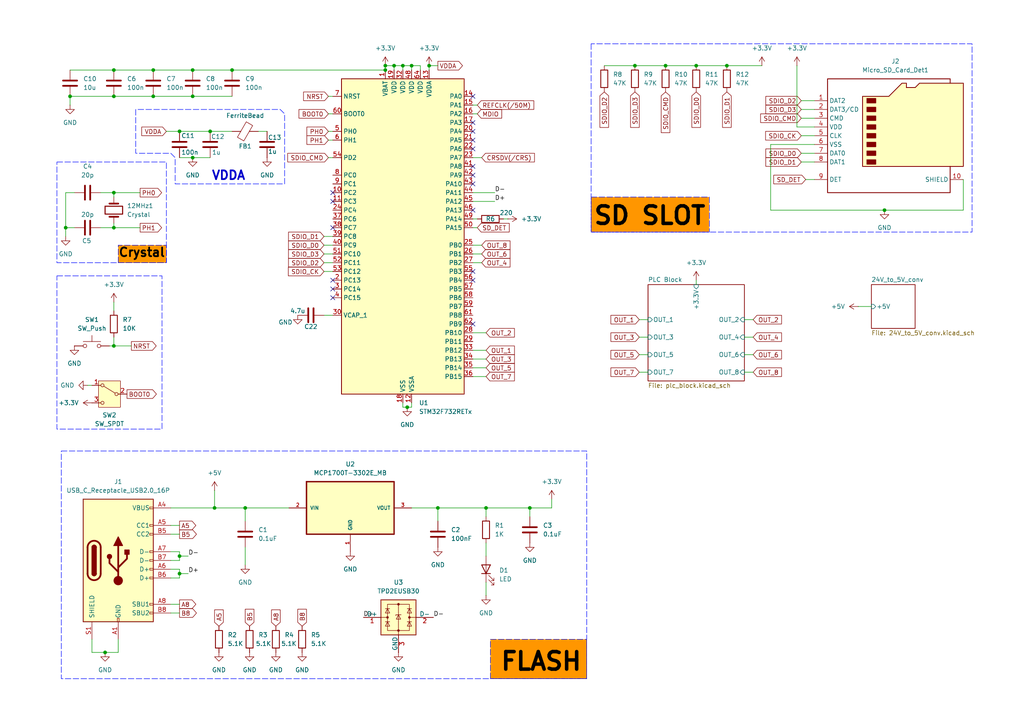
<source format=kicad_sch>
(kicad_sch (version 20250114) (generator "eeschema") (generator_version "9.0")
  (paper "A4")
  (lib_symbols
    (symbol "Connector:Micro_SD_Card_Det1"
      (property "Reference" "J" (at -16.51 17.78 0))
      (property "Value" "Micro_SD_Card_Det1" (at 16.51 17.78 0))
      (symbol "Micro_SD_Card_Det1_1_1"
        (pin bidirectional line (at -22.86 10.16 0) (length 3.81) (name "DAT2") (number "1"))
        (pin bidirectional line (at -22.86 7.62 0) (length 3.81) (name "DAT3/CD") (number "2"))
        (pin input line (at -22.86 5.08 0) (length 3.81) (name "CMD") (number "3"))
        (pin power_in line (at -22.86 2.54 0) (length 3.81) (name "VDD") (number "4"))
        (pin input line (at -22.86 0 0) (length 3.81) (name "CLK") (number "5"))
        (pin power_in line (at -22.86 -2.54 0) (length 3.81) (name "VSS") (number "6"))
        (pin bidirectional line (at -22.86 -5.08 0) (length 3.81) (name "DAT0") (number "7"))
        (pin bidirectional line (at -22.86 -7.62 0) (length 3.81) (name "DAT1") (number "8"))
        (pin passive line (at -22.86 -12.7 0) (length 3.81) (name "DET") (number "9"))
        (pin passive line (at 20.32 -12.7 180) (length 3.81) (name "SHIELD") (number "10"))
      )
    )
    (symbol "Connector:USB_C_Receptacle_USB2.0_16P" (pin_names (offset 1.016))
      (property "Reference" "J" (at 0 22.225 0))
      (property "Value" "USB_C_Receptacle_USB2.0_16P" (at 0 19.685 0))
      (symbol "USB_C_Receptacle_USB2.0_16P_1_1"
        (pin passive line (at -7.62 -22.86 90) (length 5.08) (name "SHIELD") (number "S1"))
        (pin passive line (at 0 -22.86 90) (length 5.08) (name "GND") (number "A1"))
        (pin passive line (at 0 -22.86 90) (length 5.08) (hide yes) (name "GND") (number "A12"))
        (pin passive line (at 0 -22.86 90) (length 5.08) (hide yes) (name "GND") (number "B1"))
        (pin passive line (at 0 -22.86 90) (length 5.08) (hide yes) (name "GND") (number "B12"))
        (pin passive line (at 15.24 15.24 180) (length 5.08) (name "VBUS") (number "A4"))
        (pin passive line (at 15.24 15.24 180) (length 5.08) (hide yes) (name "VBUS") (number "A9"))
        (pin passive line (at 15.24 15.24 180) (length 5.08) (hide yes) (name "VBUS") (number "B4"))
        (pin passive line (at 15.24 15.24 180) (length 5.08) (hide yes) (name "VBUS") (number "B9"))
        (pin bidirectional line (at 15.24 10.16 180) (length 5.08) (name "CC1") (number "A5"))
        (pin bidirectional line (at 15.24 7.62 180) (length 5.08) (name "CC2") (number "B5"))
        (pin bidirectional line (at 15.24 2.54 180) (length 5.08) (name "D-") (number "A7"))
        (pin bidirectional line (at 15.24 0 180) (length 5.08) (name "D-") (number "B7"))
        (pin bidirectional line (at 15.24 -2.54 180) (length 5.08) (name "D+") (number "A6"))
        (pin bidirectional line (at 15.24 -5.08 180) (length 5.08) (name "D+") (number "B6"))
        (pin bidirectional line (at 15.24 -12.7 180) (length 5.08) (name "SBU1") (number "A8"))
        (pin bidirectional line (at 15.24 -15.24 180) (length 5.08) (name "SBU2") (number "B8"))
      )
    )
    (symbol "Device:C" (pin_numbers (hide yes)) (pin_names (offset 0.254))
      (property "Reference" "C" (at 0.635 2.54 0))
      (property "Value" "C" (at 0.635 -2.54 0))
      (symbol "C_1_1"
        (pin passive line (at 0 3.81 270) (length 2.794) (name "~") (number "1"))
        (pin passive line (at 0 -3.81 90) (length 2.794) (name "~") (number "2"))
      )
    )
    (symbol "Device:Crystal" (pin_numbers (hide yes)) (pin_names (offset 1.016) (hide yes))
      (property "Reference" "Y" (at 0 3.81 0))
      (property "Value" "Crystal" (at 0 -3.81 0))
      (symbol "Crystal_1_1"
        (pin passive line (at -3.81 0 0) (length 1.27) (name "1") (number "1"))
        (pin passive line (at 3.81 0 180) (length 1.27) (name "2") (number "2"))
      )
    )
    (symbol "Device:FerriteBead" (pin_numbers (hide yes)) (pin_names (offset 0))
      (property "Reference" "FB" (at -3.81 0.635 90))
      (property "Value" "FerriteBead" (at 3.81 0 90))
      (symbol "FerriteBead_1_1"
        (pin passive line (at 0 3.81 270) (length 2.54) (name "~") (number "1"))
        (pin passive line (at 0 -3.81 90) (length 2.54) (name "~") (number "2"))
      )
    )
    (symbol "Device:LED" (pin_numbers (hide yes)) (pin_names (offset 1.016) (hide yes))
      (property "Reference" "D" (at 0 2.54 0))
      (property "Value" "LED" (at 0 -2.54 0))
      (symbol "LED_1_1"
        (pin passive line (at -3.81 0 0) (length 2.54) (name "K") (number "1"))
        (pin passive line (at 3.81 0 180) (length 2.54) (name "A") (number "2"))
      )
    )
    (symbol "Device:R" (pin_numbers (hide yes)) (pin_names (offset 0))
      (property "Reference" "R" (at 2.032 0 90))
      (property "Value" "R" (at 0 0 90))
      (symbol "R_1_1"
        (pin passive line (at 0 3.81 270) (length 1.27) (name "~") (number "1"))
        (pin passive line (at 0 -3.81 90) (length 1.27) (name "~") (number "2"))
      )
    )
    (symbol "MCP1700T-3302E_MB:MCP1700T-3302E_MB" (pin_names (offset 1.016))
      (property "Reference" "U" (at -4.7334 9.136 0))
      (property "Value" "MCP1700T-3302E_MB" (at -15.9758 -11.617 0))
      (symbol "MCP1700T-3302E_MB_0_0"
        (pin input line (at -17.78 0 0) (length 5.08) (name "VIN") (number "2"))
        (pin passive line (at 0 -12.7 90) (length 5.08) (name "GND") (number "1"))
        (pin output line (at 17.78 0 180) (length 5.08) (name "VOUT") (number "3"))
      )
    )
    (symbol "MCU_ST_STM32F7:STM32F732RETx"
      (property "Reference" "U" (at -17.78 46.99 0))
      (property "Value" "STM32F732RETx" (at 10.16 46.99 0))
      (symbol "STM32F732RETx_1_1"
        (pin input line (at -20.32 40.64 0) (length 2.54) (name "NRST") (number "7"))
        (pin input line (at -20.32 35.56 0) (length 2.54) (name "BOOT0") (number "60"))
        (pin bidirectional line (at -20.32 30.48 0) (length 2.54) (name "PH0") (number "5"))
        (pin bidirectional line (at -20.32 27.94 0) (length 2.54) (name "PH1") (number "6"))
        (pin bidirectional line (at -20.32 22.86 0) (length 2.54) (name "PD2") (number "54"))
        (pin bidirectional line (at -20.32 17.78 0) (length 2.54) (name "PC0") (number "8"))
        (pin bidirectional line (at -20.32 15.24 0) (length 2.54) (name "PC1") (number "9"))
        (pin bidirectional line (at -20.32 12.7 0) (length 2.54) (name "PC2") (number "10"))
        (pin bidirectional line (at -20.32 10.16 0) (length 2.54) (name "PC3") (number "11"))
        (pin bidirectional line (at -20.32 7.62 0) (length 2.54) (name "PC4") (number "24"))
        (pin bidirectional line (at -20.32 5.08 0) (length 2.54) (name "PC6") (number "37"))
        (pin bidirectional line (at -20.32 2.54 0) (length 2.54) (name "PC7") (number "38"))
        (pin bidirectional line (at -20.32 0 0) (length 2.54) (name "PC8") (number "39"))
        (pin bidirectional line (at -20.32 -2.54 0) (length 2.54) (name "PC9") (number "40"))
        (pin bidirectional line (at -20.32 -5.08 0) (length 2.54) (name "PC10") (number "51"))
        (pin bidirectional line (at -20.32 -7.62 0) (length 2.54) (name "PC11") (number "52"))
        (pin bidirectional line (at -20.32 -10.16 0) (length 2.54) (name "PC12") (number "53"))
        (pin bidirectional line (at -20.32 -12.7 0) (length 2.54) (name "PC13") (number "2"))
        (pin bidirectional line (at -20.32 -15.24 0) (length 2.54) (name "PC14") (number "3"))
        (pin bidirectional line (at -20.32 -17.78 0) (length 2.54) (name "PC15") (number "4"))
        (pin power_out line (at -20.32 -22.86 0) (length 2.54) (name "VCAP_1") (number "30"))
        (pin power_in line (at -5.08 48.26 270) (length 2.54) (name "VBAT") (number "1"))
        (pin power_in line (at -2.54 48.26 270) (length 2.54) (name "VDD") (number "19"))
        (pin power_in line (at 0 48.26 270) (length 2.54) (name "VDD") (number "32"))
        (pin power_in line (at 0 -48.26 90) (length 2.54) (name "VSS") (number "18"))
        (pin passive line (at 0 -48.26 90) (length 2.54) (hide yes) (name "VSS") (number "31"))
        (pin passive line (at 0 -48.26 90) (length 2.54) (hide yes) (name "VSS") (number "47"))
        (pin passive line (at 0 -48.26 90) (length 2.54) (hide yes) (name "VSS") (number "63"))
        (pin power_in line (at 2.54 48.26 270) (length 2.54) (name "VDD") (number "48"))
        (pin power_in line (at 2.54 -48.26 90) (length 2.54) (name "VSSA") (number "12"))
        (pin power_in line (at 5.08 48.26 270) (length 2.54) (name "VDD") (number "64"))
        (pin power_in line (at 7.62 48.26 270) (length 2.54) (name "VDDA") (number "13"))
        (pin bidirectional line (at 20.32 40.64 180) (length 2.54) (name "PA0") (number "14"))
        (pin bidirectional line (at 20.32 38.1 180) (length 2.54) (name "PA1") (number "15"))
        (pin bidirectional line (at 20.32 35.56 180) (length 2.54) (name "PA2") (number "16"))
        (pin bidirectional line (at 20.32 33.02 180) (length 2.54) (name "PA3") (number "17"))
        (pin bidirectional line (at 20.32 30.48 180) (length 2.54) (name "PA4") (number "20"))
        (pin bidirectional line (at 20.32 27.94 180) (length 2.54) (name "PA5") (number "21"))
        (pin bidirectional line (at 20.32 25.4 180) (length 2.54) (name "PA6") (number "22"))
        (pin bidirectional line (at 20.32 22.86 180) (length 2.54) (name "PA7") (number "23"))
        (pin bidirectional line (at 20.32 20.32 180) (length 2.54) (name "PA8") (number "41"))
        (pin bidirectional line (at 20.32 17.78 180) (length 2.54) (name "PA9") (number "42"))
        (pin bidirectional line (at 20.32 15.24 180) (length 2.54) (name "PA10") (number "43"))
        (pin bidirectional line (at 20.32 12.7 180) (length 2.54) (name "PA11") (number "44"))
        (pin bidirectional line (at 20.32 10.16 180) (length 2.54) (name "PA12") (number "45"))
        (pin bidirectional line (at 20.32 7.62 180) (length 2.54) (name "PA13") (number "46"))
        (pin bidirectional line (at 20.32 5.08 180) (length 2.54) (name "PA14") (number "49"))
        (pin bidirectional line (at 20.32 2.54 180) (length 2.54) (name "PA15") (number "50"))
        (pin bidirectional line (at 20.32 -2.54 180) (length 2.54) (name "PB0") (number "25"))
        (pin bidirectional line (at 20.32 -5.08 180) (length 2.54) (name "PB1") (number "26"))
        (pin bidirectional line (at 20.32 -7.62 180) (length 2.54) (name "PB2") (number "27"))
        (pin bidirectional line (at 20.32 -10.16 180) (length 2.54) (name "PB3") (number "55"))
        (pin bidirectional line (at 20.32 -12.7 180) (length 2.54) (name "PB4") (number "56"))
        (pin bidirectional line (at 20.32 -15.24 180) (length 2.54) (name "PB5") (number "57"))
        (pin bidirectional line (at 20.32 -17.78 180) (length 2.54) (name "PB6") (number "58"))
        (pin bidirectional line (at 20.32 -20.32 180) (length 2.54) (name "PB7") (number "59"))
        (pin bidirectional line (at 20.32 -22.86 180) (length 2.54) (name "PB8") (number "61"))
        (pin bidirectional line (at 20.32 -25.4 180) (length 2.54) (name "PB9") (number "62"))
        (pin bidirectional line (at 20.32 -27.94 180) (length 2.54) (name "PB10") (number "28"))
        (pin bidirectional line (at 20.32 -30.48 180) (length 2.54) (name "PB11") (number "29"))
        (pin bidirectional line (at 20.32 -33.02 180) (length 2.54) (name "PB12") (number "33"))
        (pin bidirectional line (at 20.32 -35.56 180) (length 2.54) (name "PB13") (number "34"))
        (pin bidirectional line (at 20.32 -38.1 180) (length 2.54) (name "PB14") (number "35"))
        (pin bidirectional line (at 20.32 -40.64 180) (length 2.54) (name "PB15") (number "36"))
      )
    )
    (symbol "Power_Protection:TPD2EUSB30" (pin_names (offset 0))
      (property "Reference" "U" (at 0 6.35 0))
      (property "Value" "TPD2EUSB30" (at 7.62 -7.62 0))
      (symbol "TPD2EUSB30_1_1"
        (pin passive line (at -10.16 0 0) (length 5.08) (name "D+") (number "1"))
        (pin passive line (at 0 -10.16 90) (length 5.08) (name "GND") (number "3"))
        (pin passive line (at 10.16 0 180) (length 5.08) (name "D-") (number "2"))
      )
    )
    (symbol "Switch:SW_Push" (pin_numbers (hide yes)) (pin_names (offset 1.016) (hide yes))
      (property "Reference" "SW" (at 1.27 2.54 0))
      (property "Value" "SW_Push" (at 0 -1.524 0))
      (symbol "SW_Push_0_1"
        (pin passive line (at -5.08 0 0) (length 2.54) (name "1") (number "1"))
        (pin passive line (at 5.08 0 180) (length 2.54) (name "2") (number "2"))
      )
    )
    (symbol "Switch:SW_SPDT" (pin_names (offset 0) (hide yes))
      (property "Reference" "SW" (at 0 5.08 0))
      (property "Value" "SW_SPDT" (at 0 -5.08 0))
      (symbol "SW_SPDT_1_1"
        (pin passive line (at -5.08 0 0) (length 2.54) (name "B") (number "2"))
        (pin passive line (at 5.08 2.54 180) (length 2.54) (name "A") (number "1"))
        (pin passive line (at 5.08 -2.54 180) (length 2.54) (name "C") (number "3"))
      )
    )
    (symbol "power:GND" (power) (pin_numbers (hide yes)) (pin_names (offset 0) (hide yes))
      (property "Value" "GND" (at 0 -3.81 0))
      (symbol "GND_1_1"
        (pin power_in line (at 0 0 270) (length 0) (name "~") (number "1"))
      )
    )
    (symbol "power:VCC" (power) (pin_numbers (hide yes)) (pin_names (offset 0) (hide yes))
      (property "Value" "VCC" (at 0 3.556 0))
      (symbol "VCC_1_1"
        (pin power_in line (at 0 0 90) (length 0) (name "~") (number "1"))
      )
    )
  )
  (text "FLASH" (at 156.972 192.024 0) (effects (font (size 5.08 5.08) (thickness 1.016) (bold yes))))
  (text "Crystal" (at 41.148 73.406 0) (effects (font (size 2.54 2.54) (thickness 0.508) (bold yes))))
  (text "SD SLOT" (at 188.468 62.738 0) (effects (font (size 5.08 5.08) (thickness 1.016) (bold yes))))
  (text "VDDA" (at 66.294 51.054 0) (effects (font (size 2.54 2.54) (thickness 0.508) (bold yes))))
  (junction (at 153.67 147.32))
  (junction (at 201.93 19.05))
  (junction (at 111.76 19.05))
  (junction (at 67.31 20.32))
  (junction (at 184.15 19.05))
  (junction (at 55.88 27.94))
  (junction (at 55.88 45.72))
  (junction (at 52.07 38.1))
  (junction (at 33.02 20.32))
  (junction (at 111.76 20.32))
  (junction (at 114.3 19.05))
  (junction (at 33.02 100.33))
  (junction (at 256.54 60.96))
  (junction (at 118.11 118.11))
  (junction (at 127 147.32))
  (junction (at 210.82 19.05))
  (junction (at 55.88 20.32))
  (junction (at 30.48 189.23))
  (junction (at 33.02 27.94))
  (junction (at 33.02 66.04))
  (junction (at 119.38 19.05))
  (junction (at 62.23 147.32))
  (junction (at 116.84 19.05))
  (junction (at 140.97 147.32))
  (junction (at 19.05 66.04))
  (junction (at 44.45 27.94))
  (junction (at 60.96 38.1))
  (junction (at 33.02 55.88))
  (junction (at 44.45 20.32))
  (junction (at 124.46 19.05))
  (junction (at 193.04 19.05))
  (junction (at 20.32 27.94))
  (junction (at 52.07 166.37))
  (junction (at 52.07 161.29))
  (junction (at 71.12 147.32))
  (no_connect (at 137.16 38.1))
  (no_connect (at 137.16 40.64))
  (no_connect (at 137.16 35.56))
  (no_connect (at 96.52 66.04))
  (no_connect (at 137.16 93.98))
  (no_connect (at 137.16 50.8))
  (no_connect (at 96.52 58.42))
  (no_connect (at 137.16 27.94))
  (no_connect (at 96.52 81.28))
  (no_connect (at 137.16 43.18))
  (no_connect (at 137.16 78.74))
  (no_connect (at 96.52 83.82))
  (no_connect (at 137.16 60.96))
  (no_connect (at 137.16 53.34))
  (no_connect (at 137.16 48.26))
  (no_connect (at 96.52 55.88))
  (no_connect (at 137.16 81.28))
  (no_connect (at 96.52 86.36))
  (wire (pts (xy 231.14 36.83) (xy 231.14 19.05)))
  (wire (pts (xy 95.25 38.1) (xy 96.52 38.1)))
  (wire (pts (xy 52.07 165.1) (xy 52.07 166.37)))
  (wire (pts (xy 121.92 19.05) (xy 119.38 19.05)))
  (wire (pts (xy 71.12 158.75) (xy 71.12 163.83)))
  (wire (pts (xy 20.32 27.94) (xy 20.32 30.48)))
  (wire (pts (xy 49.53 162.56) (xy 52.07 162.56)))
  (wire (pts (xy 52.07 161.29) (xy 52.07 162.56)))
  (wire (pts (xy 33.02 55.88) (xy 29.21 55.88)))
  (wire (pts (xy 137.16 101.6) (xy 140.97 101.6)))
  (wire (pts (xy 93.98 78.74) (xy 96.52 78.74)))
  (wire (pts (xy 49.53 154.94) (xy 52.07 154.94)))
  (wire (pts (xy 140.97 157.48) (xy 140.97 161.29)))
  (wire (pts (xy 31.75 100.33) (xy 33.02 100.33)))
  (wire (pts (xy 137.16 76.2) (xy 139.7 76.2)))
  (wire (pts (xy 124.46 19.05) (xy 127 19.05)))
  (wire (pts (xy 146.05 63.5) (xy 147.32 63.5)))
  (wire (pts (xy 116.84 19.05) (xy 116.84 20.32)))
  (wire (pts (xy 55.88 20.32) (xy 67.31 20.32)))
  (wire (pts (xy 26.67 185.42) (xy 26.67 189.23)))
  (wire (pts (xy 111.76 19.05) (xy 111.76 20.32)))
  (wire (pts (xy 119.38 147.32) (xy 127 147.32)))
  (wire (pts (xy 95.25 33.02) (xy 96.52 33.02)))
  (wire (pts (xy 49.53 160.02) (xy 52.07 160.02)))
  (wire (pts (xy 124.46 19.05) (xy 124.46 20.32)))
  (wire (pts (xy 137.16 45.72) (xy 139.7 45.72)))
  (wire (pts (xy 210.82 19.05) (xy 220.98 19.05)))
  (wire (pts (xy 19.05 68.58) (xy 19.05 66.04)))
  (wire (pts (xy 52.07 45.72) (xy 55.88 45.72)))
  (wire (pts (xy 116.84 116.84) (xy 116.84 118.11)))
  (wire (pts (xy 193.04 19.05) (xy 201.93 19.05)))
  (wire (pts (xy 153.67 147.32) (xy 153.67 149.86)))
  (wire (pts (xy 215.9 107.95) (xy 218.44 107.95)))
  (wire (pts (xy 93.98 71.12) (xy 96.52 71.12)))
  (wire (pts (xy 236.22 36.83) (xy 231.14 36.83)))
  (wire (pts (xy 140.97 168.91) (xy 140.97 172.72)))
  (wire (pts (xy 185.42 97.79) (xy 187.96 97.79)))
  (wire (pts (xy 256.54 60.96) (xy 279.4 60.96)))
  (wire (pts (xy 215.9 102.87) (xy 218.44 102.87)))
  (wire (pts (xy 44.45 27.94) (xy 55.88 27.94)))
  (wire (pts (xy 185.42 102.87) (xy 187.96 102.87)))
  (wire (pts (xy 33.02 87.63) (xy 33.02 90.17)))
  (wire (pts (xy 52.07 166.37) (xy 52.07 167.64)))
  (wire (pts (xy 95.25 40.64) (xy 96.52 40.64)))
  (wire (pts (xy 49.53 165.1) (xy 52.07 165.1)))
  (wire (pts (xy 67.31 20.32) (xy 111.76 20.32)))
  (wire (pts (xy 62.23 147.32) (xy 71.12 147.32)))
  (wire (pts (xy 52.07 160.02) (xy 52.07 161.29)))
  (wire (pts (xy 215.9 97.79) (xy 218.44 97.79)))
  (wire (pts (xy 33.02 100.33) (xy 33.02 97.79)))
  (wire (pts (xy 137.16 96.52) (xy 140.97 96.52)))
  (wire (pts (xy 232.41 46.99) (xy 236.22 46.99)))
  (wire (pts (xy 215.9 92.71) (xy 218.44 92.71)))
  (wire (pts (xy 74.93 38.1) (xy 77.47 38.1)))
  (wire (pts (xy 71.12 147.32) (xy 71.12 151.13)))
  (wire (pts (xy 60.96 38.1) (xy 67.31 38.1)))
  (wire (pts (xy 116.84 19.05) (xy 114.3 19.05)))
  (wire (pts (xy 140.97 147.32) (xy 153.67 147.32)))
  (wire (pts (xy 55.88 45.72) (xy 60.96 45.72)))
  (wire (pts (xy 52.07 161.29) (xy 54.61 161.29)))
  (wire (pts (xy 33.02 55.88) (xy 40.64 55.88)))
  (wire (pts (xy 137.16 73.66) (xy 139.7 73.66)))
  (wire (pts (xy 137.16 63.5) (xy 138.43 63.5)))
  (wire (pts (xy 137.16 71.12) (xy 139.7 71.12)))
  (wire (pts (xy 19.05 55.88) (xy 19.05 66.04)))
  (wire (pts (xy 93.98 73.66) (xy 96.52 73.66)))
  (wire (pts (xy 93.98 68.58) (xy 96.52 68.58)))
  (wire (pts (xy 95.25 27.94) (xy 96.52 27.94)))
  (wire (pts (xy 232.41 39.37) (xy 236.22 39.37)))
  (wire (pts (xy 33.02 66.04) (xy 29.21 66.04)))
  (wire (pts (xy 21.59 55.88) (xy 19.05 55.88)))
  (wire (pts (xy 49.53 177.8) (xy 52.07 177.8)))
  (wire (pts (xy 55.88 27.94) (xy 67.31 27.94)))
  (wire (pts (xy 93.98 91.44) (xy 96.52 91.44)))
  (wire (pts (xy 137.16 109.22) (xy 140.97 109.22)))
  (wire (pts (xy 19.05 66.04) (xy 21.59 66.04)))
  (wire (pts (xy 25.4 111.76) (xy 26.67 111.76)))
  (wire (pts (xy 119.38 19.05) (xy 116.84 19.05)))
  (wire (pts (xy 184.15 19.05) (xy 193.04 19.05)))
  (wire (pts (xy 185.42 107.95) (xy 187.96 107.95)))
  (wire (pts (xy 114.3 19.05) (xy 111.76 19.05)))
  (wire (pts (xy 121.92 20.32) (xy 121.92 19.05)))
  (wire (pts (xy 20.32 20.32) (xy 33.02 20.32)))
  (wire (pts (xy 223.52 60.96) (xy 256.54 60.96)))
  (wire (pts (xy 160.02 147.32) (xy 160.02 144.78)))
  (wire (pts (xy 49.53 147.32) (xy 62.23 147.32)))
  (wire (pts (xy 185.42 92.71) (xy 187.96 92.71)))
  (wire (pts (xy 137.16 33.02) (xy 138.43 33.02)))
  (wire (pts (xy 236.22 41.91) (xy 223.52 41.91)))
  (wire (pts (xy 26.67 189.23) (xy 30.48 189.23)))
  (wire (pts (xy 49.53 175.26) (xy 52.07 175.26)))
  (wire (pts (xy 223.52 41.91) (xy 223.52 60.96)))
  (wire (pts (xy 114.3 19.05) (xy 114.3 20.32)))
  (wire (pts (xy 118.11 118.11) (xy 119.38 118.11)))
  (wire (pts (xy 137.16 106.68) (xy 140.97 106.68)))
  (wire (pts (xy 137.16 66.04) (xy 138.43 66.04)))
  (wire (pts (xy 232.41 34.29) (xy 236.22 34.29)))
  (wire (pts (xy 175.26 19.05) (xy 184.15 19.05)))
  (wire (pts (xy 95.25 45.72) (xy 96.52 45.72)))
  (wire (pts (xy 201.93 19.05) (xy 210.82 19.05)))
  (wire (pts (xy 279.4 52.07) (xy 279.4 60.96)))
  (wire (pts (xy 20.32 27.94) (xy 33.02 27.94)))
  (wire (pts (xy 232.41 31.75) (xy 236.22 31.75)))
  (wire (pts (xy 93.98 76.2) (xy 96.52 76.2)))
  (wire (pts (xy 232.41 29.21) (xy 236.22 29.21)))
  (wire (pts (xy 153.67 147.32) (xy 160.02 147.32)))
  (wire (pts (xy 52.07 38.1) (xy 60.96 38.1)))
  (wire (pts (xy 137.16 58.42) (xy 143.51 58.42)))
  (wire (pts (xy 33.02 57.15) (xy 33.02 55.88)))
  (wire (pts (xy 71.12 147.32) (xy 83.82 147.32)))
  (wire (pts (xy 248.92 88.9) (xy 252.73 88.9)))
  (wire (pts (xy 119.38 116.84) (xy 119.38 118.11)))
  (wire (pts (xy 33.02 20.32) (xy 44.45 20.32)))
  (wire (pts (xy 52.07 166.37) (xy 54.61 166.37)))
  (wire (pts (xy 127 147.32) (xy 127 151.13)))
  (wire (pts (xy 233.68 52.07) (xy 236.22 52.07)))
  (wire (pts (xy 33.02 66.04) (xy 40.64 66.04)))
  (wire (pts (xy 127 147.32) (xy 140.97 147.32)))
  (wire (pts (xy 49.53 152.4) (xy 52.07 152.4)))
  (wire (pts (xy 137.16 30.48) (xy 138.43 30.48)))
  (wire (pts (xy 33.02 64.77) (xy 33.02 66.04)))
  (wire (pts (xy 201.93 81.28) (xy 201.93 82.55)))
  (wire (pts (xy 62.23 142.24) (xy 62.23 147.32)))
  (wire (pts (xy 33.02 100.33) (xy 38.1 100.33)))
  (wire (pts (xy 49.53 167.64) (xy 52.07 167.64)))
  (wire (pts (xy 137.16 104.14) (xy 140.97 104.14)))
  (wire (pts (xy 34.29 185.42) (xy 34.29 189.23)))
  (wire (pts (xy 116.84 118.11) (xy 118.11 118.11)))
  (wire (pts (xy 44.45 20.32) (xy 55.88 20.32)))
  (wire (pts (xy 48.26 38.1) (xy 52.07 38.1)))
  (wire (pts (xy 34.29 189.23) (xy 30.48 189.23)))
  (wire (pts (xy 140.97 147.32) (xy 140.97 149.86)))
  (wire (pts (xy 33.02 27.94) (xy 44.45 27.94)))
  (wire (pts (xy 232.41 44.45) (xy 236.22 44.45)))
  (wire (pts (xy 137.16 55.88) (xy 143.51 55.88)))
  (wire (pts (xy 119.38 20.32) (xy 119.38 19.05)))
  (label "D+" (at 54.61 166.37 0))
  (label "D-" (at 54.61 161.29 0))
  (label "D-" (at 125.73 179.07 0))
  (label "D+" (at 143.51 58.42 0))
  (label "D+" (at 105.41 179.07 0))
  (label "D-" (at 143.51 55.88 0))
  (global_label "OUT_6" (shape input) (at 218.44 102.87 0) (property "Intersheetrefs" "${INTERSHEET_REFS}" (effects (hide yes))))
  (global_label "NRST" (shape output) (at 38.1 100.33 0) (property "Intersheetrefs" "${INTERSHEET_REFS}" (effects (hide yes))))
  (global_label "SD_DET" (shape input) (at 233.68 52.07 180) (property "Intersheetrefs" "${INTERSHEET_REFS}" (effects (hide yes))))
  (global_label "OUT_7" (shape input) (at 185.42 107.95 180) (property "Intersheetrefs" "${INTERSHEET_REFS}" (effects (hide yes))))
  (global_label "PH1" (shape input) (at 95.25 40.64 180) (property "Intersheetrefs" "${INTERSHEET_REFS}" (effects (hide yes))))
  (global_label "SDIO_D2" (shape input) (at 232.41 29.21 180) (property "Intersheetrefs" "${INTERSHEET_REFS}" (effects (hide yes))))
  (global_label "VDDA" (shape input) (at 48.26 38.1 180) (property "Intersheetrefs" "${INTERSHEET_REFS}" (effects (hide yes))))
  (global_label "OUT_6" (shape input) (at 139.7 73.66 0) (property "Intersheetrefs" "${INTERSHEET_REFS}" (effects (hide yes))))
  (global_label "SDIO_D1" (shape input) (at 93.98 68.58 180) (property "Intersheetrefs" "${INTERSHEET_REFS}" (effects (hide yes))))
  (global_label "REFCLK({slash}50M)" (shape input) (at 138.43 30.48 0) (property "Intersheetrefs" "${INTERSHEET_REFS}" (effects (hide yes))))
  (global_label "B5" (shape output) (at 52.07 154.94 0) (property "Intersheetrefs" "${INTERSHEET_REFS}" (effects (hide yes))))
  (global_label "OUT_7" (shape input) (at 140.97 109.22 0) (property "Intersheetrefs" "${INTERSHEET_REFS}" (effects (hide yes))))
  (global_label "SDIO_CMD" (shape input) (at 232.41 34.29 180) (property "Intersheetrefs" "${INTERSHEET_REFS}" (effects (hide yes))))
  (global_label "SDIO_D3" (shape input) (at 184.15 26.67 270) (property "Intersheetrefs" "${INTERSHEET_REFS}" (effects (hide yes))))
  (global_label "A8" (shape input) (at 80.01 181.61 90) (property "Intersheetrefs" "${INTERSHEET_REFS}" (effects (hide yes))))
  (global_label "PH0" (shape input) (at 95.25 38.1 180) (property "Intersheetrefs" "${INTERSHEET_REFS}" (effects (hide yes))))
  (global_label "A5" (shape output) (at 52.07 152.4 0) (property "Intersheetrefs" "${INTERSHEET_REFS}" (effects (hide yes))))
  (global_label "BOOT0" (shape input) (at 95.25 33.02 180) (property "Intersheetrefs" "${INTERSHEET_REFS}" (effects (hide yes))))
  (global_label "OUT_4" (shape input) (at 218.44 97.79 0) (property "Intersheetrefs" "${INTERSHEET_REFS}" (effects (hide yes))))
  (global_label "OUT_8" (shape input) (at 139.7 71.12 0) (property "Intersheetrefs" "${INTERSHEET_REFS}" (effects (hide yes))))
  (global_label "NRST" (shape input) (at 95.25 27.94 180) (property "Intersheetrefs" "${INTERSHEET_REFS}" (effects (hide yes))))
  (global_label "SDIO_D2" (shape input) (at 175.26 26.67 270) (property "Intersheetrefs" "${INTERSHEET_REFS}" (effects (hide yes))))
  (global_label "SDIO_CK" (shape input) (at 93.98 78.74 180) (property "Intersheetrefs" "${INTERSHEET_REFS}" (effects (hide yes))))
  (global_label "OUT_3" (shape input) (at 185.42 97.79 180) (property "Intersheetrefs" "${INTERSHEET_REFS}" (effects (hide yes))))
  (global_label "SDIO_D1" (shape input) (at 210.82 26.67 270) (property "Intersheetrefs" "${INTERSHEET_REFS}" (effects (hide yes))))
  (global_label "B8" (shape output) (at 52.07 177.8 0) (property "Intersheetrefs" "${INTERSHEET_REFS}" (effects (hide yes))))
  (global_label "OUT_1" (shape input) (at 140.97 101.6 0) (property "Intersheetrefs" "${INTERSHEET_REFS}" (effects (hide yes))))
  (global_label "OUT_2" (shape input) (at 140.97 96.52 0) (property "Intersheetrefs" "${INTERSHEET_REFS}" (effects (hide yes))))
  (global_label "BOOT0" (shape output) (at 36.83 114.3 0) (property "Intersheetrefs" "${INTERSHEET_REFS}" (effects (hide yes))))
  (global_label "SDIO_D1" (shape input) (at 232.41 46.99 180) (property "Intersheetrefs" "${INTERSHEET_REFS}" (effects (hide yes))))
  (global_label "SDIO_CK" (shape input) (at 232.41 39.37 180) (property "Intersheetrefs" "${INTERSHEET_REFS}" (effects (hide yes))))
  (global_label "B5" (shape input) (at 72.39 181.61 90) (property "Intersheetrefs" "${INTERSHEET_REFS}" (effects (hide yes))))
  (global_label "A8" (shape output) (at 52.07 175.26 0) (property "Intersheetrefs" "${INTERSHEET_REFS}" (effects (hide yes))))
  (global_label "SDIO_CMD" (shape input) (at 95.25 45.72 180) (property "Intersheetrefs" "${INTERSHEET_REFS}" (effects (hide yes))))
  (global_label "SDIO_CMD" (shape input) (at 193.04 26.67 270) (property "Intersheetrefs" "${INTERSHEET_REFS}" (effects (hide yes))))
  (global_label "OUT_8" (shape input) (at 218.44 107.95 0) (property "Intersheetrefs" "${INTERSHEET_REFS}" (effects (hide yes))))
  (global_label "OUT_3" (shape input) (at 140.97 104.14 0) (property "Intersheetrefs" "${INTERSHEET_REFS}" (effects (hide yes))))
  (global_label "MDIO" (shape input) (at 138.43 33.02 0) (property "Intersheetrefs" "${INTERSHEET_REFS}" (effects (hide yes))))
  (global_label "SDIO_D0" (shape input) (at 201.93 26.67 270) (property "Intersheetrefs" "${INTERSHEET_REFS}" (effects (hide yes))))
  (global_label "SDIO_D2" (shape input) (at 93.98 76.2 180) (property "Intersheetrefs" "${INTERSHEET_REFS}" (effects (hide yes))))
  (global_label "A5" (shape input) (at 63.5 181.61 90) (property "Intersheetrefs" "${INTERSHEET_REFS}" (effects (hide yes))))
  (global_label "PH1" (shape output) (at 40.64 66.04 0) (property "Intersheetrefs" "${INTERSHEET_REFS}" (effects (hide yes))))
  (global_label "OUT_4" (shape input) (at 139.7 76.2 0) (property "Intersheetrefs" "${INTERSHEET_REFS}" (effects (hide yes))))
  (global_label "OUT_5" (shape input) (at 185.42 102.87 180) (property "Intersheetrefs" "${INTERSHEET_REFS}" (effects (hide yes))))
  (global_label "SDIO_D3" (shape input) (at 93.98 73.66 180) (property "Intersheetrefs" "${INTERSHEET_REFS}" (effects (hide yes))))
  (global_label "SDIO_D0" (shape input) (at 93.98 71.12 180) (property "Intersheetrefs" "${INTERSHEET_REFS}" (effects (hide yes))))
  (global_label "SDIO_D0" (shape input) (at 232.41 44.45 180) (property "Intersheetrefs" "${INTERSHEET_REFS}" (effects (hide yes))))
  (global_label "VDDA" (shape output) (at 127 19.05 0) (property "Intersheetrefs" "${INTERSHEET_REFS}" (effects (hide yes))))
  (global_label "B8" (shape input) (at 87.63 181.61 90) (property "Intersheetrefs" "${INTERSHEET_REFS}" (effects (hide yes))))
  (global_label "OUT_5" (shape input) (at 140.97 106.68 0) (property "Intersheetrefs" "${INTERSHEET_REFS}" (effects (hide yes))))
  (global_label "CRSDV({slash}CRS)" (shape input) (at 139.7 45.72 0) (property "Intersheetrefs" "${INTERSHEET_REFS}" (effects (hide yes))))
  (global_label "OUT_1" (shape input) (at 185.42 92.71 180) (property "Intersheetrefs" "${INTERSHEET_REFS}" (effects (hide yes))))
  (global_label "SD_DET" (shape input) (at 138.43 66.04 0) (property "Intersheetrefs" "${INTERSHEET_REFS}" (effects (hide yes))))
  (global_label "PH0" (shape output) (at 40.64 55.88 0) (property "Intersheetrefs" "${INTERSHEET_REFS}" (effects (hide yes))))
  (global_label "OUT_2" (shape input) (at 218.44 92.71 0) (property "Intersheetrefs" "${INTERSHEET_REFS}" (effects (hide yes))))
  (global_label "SDIO_D3" (shape input) (at 232.41 31.75 180) (property "Intersheetrefs" "${INTERSHEET_REFS}" (effects (hide yes))))
  (rule_area (polyline (pts (xy 17.78 130.81) (xy 170.18 130.81) (xy 170.18 196.85) (xy 17.78 196.85)) (stroke (width 0) (type dash) (color 0 10 255 1))))
  (rule_area (polyline (pts (xy 39.37 31.75) (xy 39.37 44.45) (xy 49.53 44.45) (xy 50.8 45.72) (xy 50.8 53.34) (xy 82.55 53.34) (xy 82.55 33.02) (xy 81.28 31.75)) (stroke (width 0) (type dash) (color 0 13 255 1))))
  (rule_area (polyline (pts (xy 16.51 46.99) (xy 48.26 46.99) (xy 48.26 76.2) (xy 16.51 76.2)) (stroke (width 0) (type dash) (color 0 8 255 1))))
  (rule_area (polyline (pts (xy 34.29 76.2) (xy 34.29 71.12) (xy 48.26 71.12) (xy 48.26 76.2)) (stroke (width 0) (type dash) (color 0 8 255 1)) (fill (type color) (color 255 150 0 1))))
  (rule_area (polyline (pts (xy 171.45 12.7) (xy 171.45 67.31) (xy 281.94 67.31) (xy 281.94 12.7)) (stroke (width 0) (type dash) (color 0 8 255 1))))
  (rule_area (polyline (pts (xy 16.51 80.01) (xy 46.99 80.01) (xy 46.99 124.46) (xy 16.51 124.46)) (stroke (width 0) (type dash) (color 0 5 255 1))))
  (rule_area (polyline (pts (xy 142.24 196.85) (xy 142.24 185.42) (xy 170.18 185.42) (xy 170.18 196.85)) (stroke (width 0) (type dash) (color 0 20 255 1)) (fill (type color) (color 255 150 0 1))))
  (rule_area (polyline (pts (xy 171.45 57.15) (xy 205.74 57.15) (xy 205.74 67.31) (xy 171.45 67.31)) (stroke (width 0) (type dash) (color 4 8 255 1)) (fill (type color) (color 255 150 0 1))))
  (symbol (lib_id "Device:LED") (at 140.97 165.1 90) (unit 1)
    (property "Reference" "D1" (at 144.78 165.4174 90) (effects (justify right)))
    (property "Value" "LED" (at 144.78 167.9574 90) (effects (justify right)))
    (property "Footprint" "LED_SMD:LED_0805_2012Metric" (effects (hide yes)))
    (property "Description" "Light emitting diode" (effects (hide yes)))
    (property "Sim.Pins" "1=K 2=A" (effects (hide yes)))
  )
  (symbol (lib_id "power:VCC") (at 62.23 142.24 0) (unit 1)
    (property "Reference" "#PWR02" (effects (hide yes)))
    (property "Value" "+5V" (at 62.23 137.16 0))
    (property "Description" "Power symbol creates a global label with name \"VCC\"" (effects (hide yes)))
  )
  (symbol (lib_id "Device:R") (at 142.24 63.5 90) (unit 1)
    (property "Reference" "R6" (at 142.24 63.5 90))
    (property "Value" "220" (at 146.812 61.722 90))
    (property "Footprint" "Resistor_SMD:R_0603_1608Metric" (effects (hide yes)))
    (property "Description" "Resistor" (effects (hide yes)))
  )
  (symbol (lib_id "Device:C") (at 153.67 153.67 0) (unit 1)
    (property "Reference" "C3" (at 157.48 152.3999 0) (effects (justify left)))
    (property "Value" "0.1uF" (at 157.48 154.9399 0) (effects (justify left)))
    (property "Footprint" "Capacitor_SMD:C_0603_1608Metric" (effects (hide yes)))
    (property "Description" "Unpolarized capacitor" (effects (hide yes)))
  )
  (symbol (lib_id "Switch:SW_Push") (at 26.67 100.33 0) (unit 1)
    (property "Reference" "SW1" (at 26.67 92.71 0))
    (property "Value" "SW_Push" (at 26.67 95.25 0))
    (property "Footprint" "Button_Switch_THT:SW_PUSH-12mm_Wuerth-430476085716" (effects (hide yes)))
    (property "Description" "Push button switch, generic, two pins" (effects (hide yes)))
  )
  (symbol (lib_id "power:GND") (at 80.01 189.23 0) (unit 1)
    (property "Reference" "#PWR012" (effects (hide yes)))
    (property "Value" "GND" (at 80.01 194.31 0))
    (property "Description" "Power symbol creates a global label with name \"GND\" , ground" (effects (hide yes)))
  )
  (symbol (lib_id "power:VCC") (at 33.02 87.63 0) (unit 1)
    (property "Reference" "#PWR018" (effects (hide yes)))
    (property "Value" "+3.3V" (at 33.02 82.55 0))
    (property "Description" "Power symbol creates a global label with name \"VCC\"" (effects (hide yes)))
  )
  (symbol (lib_id "Device:R") (at 63.5 185.42 0) (unit 1)
    (property "Reference" "R2" (at 66.04 184.1499 0) (effects (justify left)))
    (property "Value" "5.1K" (at 66.04 186.6899 0) (effects (justify left)))
    (property "Footprint" "Resistor_SMD:R_0805_2012Metric" (effects (hide yes)))
    (property "Description" "Resistor" (effects (hide yes)))
  )
  (symbol (lib_id "Device:R") (at 201.93 22.86 0) (unit 1)
    (property "Reference" "R11" (at 204.47 21.5899 0) (effects (justify left)))
    (property "Value" "47K" (at 204.47 24.1299 0) (effects (justify left)))
    (property "Footprint" "Resistor_SMD:R_0805_2012Metric" (effects (hide yes)))
    (property "Description" "Resistor" (effects (hide yes)))
  )
  (symbol (lib_id "Device:C") (at 90.17 91.44 90) (unit 1)
    (property "Reference" "C22" (at 90.17 94.742 90))
    (property "Value" "4.7u" (at 86.36 90.17 90))
    (property "Footprint" "Capacitor_SMD:C_0603_1608Metric" (effects (hide yes)))
    (property "Description" "Unpolarized capacitor" (effects (hide yes)))
  )
  (symbol (lib_id "Connector:USB_C_Receptacle_USB2.0_16P") (at 34.29 162.56 0) (unit 1)
    (property "Reference" "J1" (at 34.29 139.7 0))
    (property "Value" "USB_C_Receptacle_USB2.0_16P" (at 34.29 142.24 0))
    (property "Footprint" "Connector_USB:USB_C_Receptacle_G-Switch_GT-USB-7010ASV" (effects (hide yes)))
    (property "Datasheet" "https://www.usb.org/sites/default/files/documents/usb_type-c.zip" (effects (hide yes)))
    (property "Description" "USB 2.0-only 16P Type-C Receptacle connector" (effects (hide yes)))
  )
  (symbol (lib_id "MCP1700T-3302E_MB:MCP1700T-3302E_MB") (at 101.6 147.32 0) (unit 1)
    (property "Reference" "U2" (at 101.6 134.62 0))
    (property "Value" "MCP1700T-3302E_MB" (at 101.6 137.16 0))
    (property "Footprint" "MCP1700T-3302E_MB:MCP1700T-3302E_MB" (effects (hide yes)))
    (property "MF" "Microchip" (effects (hide yes)))
    (property "Description_1" "Pwr Sply Func,Voltage Regulator,LDO,SOT-89,PD 1.635W,VO 3.3V,Regline +/-0.75%/V | Microchip Technology Inc. MCP1700T-3302E/MB" (effects (hide yes)))
    (property "Package" "SOT-89 Microchip" (effects (hide yes)))
    (property "Price" "None" (effects (hide yes)))
    (property "SnapEDA_Link" "https://www.snapeda.com/parts/MCP1700T-3302E/MB/Microchip/view-part/?ref=snap" (effects (hide yes)))
    (property "MP" "MCP1700T-3302E/MB" (effects (hide yes)))
    (property "Availability" "In Stock" (effects (hide yes)))
    (property "Check_prices" "https://www.snapeda.com/parts/MCP1700T-3302E/MB/Microchip/view-part/?ref=eda" (effects (hide yes)))
  )
  (symbol (lib_id "Device:R") (at 210.82 22.86 0) (unit 1)
    (property "Reference" "R12" (at 213.36 21.5899 0) (effects (justify left)))
    (property "Value" "47K" (at 213.36 24.1299 0) (effects (justify left)))
    (property "Footprint" "Resistor_SMD:R_0805_2012Metric" (effects (hide yes)))
    (property "Description" "Resistor" (effects (hide yes)))
  )
  (symbol (lib_id "power:GND") (at 86.36 91.44 0) (unit 1)
    (property "Reference" "#PWR038" (effects (hide yes)))
    (property "Value" "GND" (at 82.804 93.472 0))
    (property "Description" "Power symbol creates a global label with name \"GND\" , ground" (effects (hide yes)))
  )
  (symbol (lib_id "power:GND") (at 30.48 189.23 0) (unit 1)
    (property "Reference" "#PWR08" (effects (hide yes)))
    (property "Value" "GND" (at 30.48 194.31 0))
    (property "Description" "Power symbol creates a global label with name \"GND\" , ground" (effects (hide yes)))
  )
  (symbol (lib_id "power:GND") (at 21.59 100.33 0) (unit 1)
    (property "Reference" "#PWR017" (effects (hide yes)))
    (property "Value" "GND" (at 21.59 105.41 0))
    (property "Description" "Power symbol creates a global label with name \"GND\" , ground" (effects (hide yes)))
  )
  (symbol (lib_id "Device:R") (at 193.04 22.86 0) (unit 1)
    (property "Reference" "R10" (at 195.58 21.5899 0) (effects (justify left)))
    (property "Value" "47K" (at 195.58 24.1299 0) (effects (justify left)))
    (property "Footprint" "Resistor_SMD:R_0805_2012Metric" (effects (hide yes)))
    (property "Description" "Resistor" (effects (hide yes)))
  )
  (symbol (lib_id "power:VCC") (at 124.46 19.05 0) (unit 1)
    (property "Reference" "#PWR024" (effects (hide yes)))
    (property "Value" "+3.3V" (at 124.46 13.97 0))
    (property "Description" "Power symbol creates a global label with name \"VCC\"" (effects (hide yes)))
  )
  (symbol (lib_id "MCU_ST_STM32F7:STM32F732RETx") (at 116.84 68.58 0) (unit 1)
    (property "Reference" "U1" (at 121.5233 116.84 0) (effects (justify left)))
    (property "Value" "STM32F732RETx" (at 121.5233 119.38 0) (effects (justify left)))
    (property "Footprint" "Package_QFP:LQFP-64_10x10mm_P0.5mm" (effects (hide yes)))
    (property "Datasheet" "https://www.st.com/resource/en/datasheet/stm32f732re.pdf" (effects (hide yes)))
    (property "Description" "STMicroelectronics Arm Cortex-M7 MCU, 512KB flash, 256KB RAM, 216 MHz, 1.7-3.6V, 50 GPIO, LQFP64" (effects (hide yes)))
  )
  (symbol (lib_id "Device:C") (at 60.96 41.91 0) (unit 1)
    (property "Reference" "C12" (at 61.214 39.624 0) (effects (justify left)))
    (property "Value" "1u" (at 61.468 44.196 0) (effects (justify left)))
    (property "Footprint" "Capacitor_SMD:C_0603_1608Metric" (effects (hide yes)))
    (property "Description" "Unpolarized capacitor" (effects (hide yes)))
  )
  (symbol (lib_id "power:GND") (at 20.32 30.48 0) (unit 1)
    (property "Reference" "#PWR020" (effects (hide yes)))
    (property "Value" "GND" (at 20.32 35.56 0))
    (property "Description" "Power symbol creates a global label with name \"GND\" , ground" (effects (hide yes)))
  )
  (symbol (lib_id "power:GND") (at 63.5 189.23 0) (unit 1)
    (property "Reference" "#PWR010" (effects (hide yes)))
    (property "Value" "GND" (at 63.5 194.31 0))
    (property "Description" "Power symbol creates a global label with name \"GND\" , ground" (effects (hide yes)))
  )
  (symbol (lib_id "power:VCC") (at 147.32 63.5 270) (unit 1)
    (property "Reference" "#PWR014" (effects (hide yes)))
    (property "Value" "+3.3V" (at 151.13 63.4999 90) (effects (justify left)))
    (property "Description" "Power symbol creates a global label with name \"VCC\"" (effects (hide yes)))
  )
  (symbol (lib_id "Device:C") (at 55.88 24.13 0) (unit 1)
    (property "Reference" "C8" (at 59.69 22.8599 0) (effects (justify left)))
    (property "Value" "100n" (at 59.69 25.3999 0) (effects (justify left)))
    (property "Footprint" "Capacitor_SMD:C_0603_1608Metric" (effects (hide yes)))
    (property "Description" "Unpolarized capacitor" (effects (hide yes)))
  )
  (symbol (lib_id "power:GND") (at 72.39 189.23 0) (unit 1)
    (property "Reference" "#PWR011" (effects (hide yes)))
    (property "Value" "GND" (at 72.39 194.31 0))
    (property "Description" "Power symbol creates a global label with name \"GND\" , ground" (effects (hide yes)))
  )
  (symbol (lib_id "Device:R") (at 184.15 22.86 0) (unit 1)
    (property "Reference" "R9" (at 186.69 21.5899 0) (effects (justify left)))
    (property "Value" "47K" (at 186.69 24.1299 0) (effects (justify left)))
    (property "Footprint" "Resistor_SMD:R_0805_2012Metric" (effects (hide yes)))
    (property "Description" "Resistor" (effects (hide yes)))
  )
  (symbol (lib_id "Device:R") (at 80.01 185.42 0) (unit 1)
    (property "Reference" "R4" (at 82.55 184.1499 0) (effects (justify left)))
    (property "Value" "5.1K" (at 81.534 186.69 0) (effects (justify left)))
    (property "Footprint" "Resistor_SMD:R_0805_2012Metric" (effects (hide yes)))
    (property "Description" "Resistor" (effects (hide yes)))
  )
  (symbol (lib_id "Device:C") (at 77.47 41.91 0) (unit 1)
    (property "Reference" "C13" (at 77.724 39.878 0) (effects (justify left)))
    (property "Value" "1u" (at 77.724 43.942 0) (effects (justify left)))
    (property "Footprint" "Capacitor_SMD:C_0603_1608Metric" (effects (hide yes)))
    (property "Description" "Unpolarized capacitor" (effects (hide yes)))
  )
  (symbol (lib_id "power:GND") (at 71.12 163.83 0) (unit 1)
    (property "Reference" "#PWR01" (effects (hide yes)))
    (property "Value" "GND" (at 71.12 168.91 0))
    (property "Description" "Power symbol creates a global label with name \"GND\" , ground" (effects (hide yes)))
  )
  (symbol (lib_id "power:GND") (at 77.47 45.72 0) (unit 1)
    (property "Reference" "#PWR023" (effects (hide yes)))
    (property "Value" "GND" (at 77.47 50.8 0))
    (property "Description" "Power symbol creates a global label with name \"GND\" , ground" (effects (hide yes)))
  )
  (symbol (lib_id "power:GND") (at 256.54 60.96 0) (unit 1)
    (property "Reference" "#PWR027" (effects (hide yes)))
    (property "Value" "GND" (at 256.54 66.04 0))
    (property "Description" "Power symbol creates a global label with name \"GND\" , ground" (effects (hide yes)))
  )
  (symbol (lib_id "power:VCC") (at 160.02 144.78 0) (unit 1)
    (property "Reference" "#PWR03" (effects (hide yes)))
    (property "Value" "+3.3V" (at 160.02 139.7 0))
    (property "Description" "Power symbol creates a global label with name \"VCC\"" (effects (hide yes)))
  )
  (symbol (lib_id "power:VCC") (at 220.98 19.05 0) (unit 1)
    (property "Reference" "#PWR028" (effects (hide yes)))
    (property "Value" "+3.3V" (at 220.98 13.97 0))
    (property "Description" "Power symbol creates a global label with name \"VCC\"" (effects (hide yes)))
  )
  (symbol (lib_id "Device:C") (at 25.4 55.88 90) (unit 1)
    (property "Reference" "C4" (at 25.4 48.26 90))
    (property "Value" "20p" (at 25.4 50.8 90))
    (property "Footprint" "Capacitor_SMD:C_0603_1608Metric" (effects (hide yes)))
    (property "Description" "Unpolarized capacitor" (effects (hide yes)))
  )
  (symbol (lib_id "power:GND") (at 87.63 189.23 0) (unit 1)
    (property "Reference" "#PWR013" (effects (hide yes)))
    (property "Value" "GND" (at 87.63 194.31 0))
    (property "Description" "Power symbol creates a global label with name \"GND\" , ground" (effects (hide yes)))
  )
  (symbol (lib_id "Device:C") (at 33.02 24.13 0) (unit 1)
    (property "Reference" "C6" (at 36.83 22.8599 0) (effects (justify left)))
    (property "Value" "100n" (at 36.83 25.3999 0) (effects (justify left)))
    (property "Footprint" "Capacitor_SMD:C_0603_1608Metric" (effects (hide yes)))
    (property "Description" "Unpolarized capacitor" (effects (hide yes)))
  )
  (symbol (lib_id "power:GND") (at 127 158.75 0) (unit 1)
    (property "Reference" "#PWR05" (effects (hide yes)))
    (property "Value" "GND" (at 127 163.83 0))
    (property "Description" "Power symbol creates a global label with name \"GND\" , ground" (effects (hide yes)))
  )
  (symbol (lib_id "power:GND") (at 101.6 160.02 0) (unit 1)
    (property "Reference" "#PWR04" (effects (hide yes)))
    (property "Value" "GND" (at 101.6 165.1 0))
    (property "Description" "Power symbol creates a global label with name \"GND\" , ground" (effects (hide yes)))
  )
  (symbol (lib_id "Power_Protection:TPD2EUSB30") (at 115.57 179.07 0) (unit 1)
    (property "Reference" "U3" (at 115.57 168.91 0))
    (property "Value" "TPD2EUSB30" (at 115.57 171.45 0))
    (property "Footprint" "Package_TO_SOT_SMD:Texas_DRT-3" (effects (hide yes)))
    (property "Datasheet" "http://www.ti.com/lit/ds/symlink/tpd2eusb30a.pdf" (effects (hide yes)))
    (property "Description" "2-Channel ESD Protection for Super-Speed USB 3.0 Interface, DRT-3" (effects (hide yes)))
  )
  (symbol (lib_id "power:GND") (at 115.57 189.23 0) (unit 1)
    (property "Reference" "#PWR09" (effects (hide yes)))
    (property "Value" "GND" (at 115.57 194.31 0))
    (property "Description" "Power symbol creates a global label with name \"GND\" , ground" (effects (hide yes)))
  )
  (symbol (lib_id "Device:R") (at 87.63 185.42 0) (unit 1)
    (property "Reference" "R5" (at 90.17 184.1499 0) (effects (justify left)))
    (property "Value" "5.1K" (at 90.17 186.6899 0) (effects (justify left)))
    (property "Footprint" "Resistor_SMD:R_0805_2012Metric" (effects (hide yes)))
    (property "Description" "Resistor" (effects (hide yes)))
  )
  (symbol (lib_id "Device:C") (at 44.45 24.13 0) (unit 1)
    (property "Reference" "C7" (at 48.26 22.8599 0) (effects (justify left)))
    (property "Value" "100n" (at 48.26 25.3999 0) (effects (justify left)))
    (property "Footprint" "Capacitor_SMD:C_0603_1608Metric" (effects (hide yes)))
    (property "Description" "Unpolarized capacitor" (effects (hide yes)))
  )
  (symbol (lib_id "Device:C") (at 25.4 66.04 90) (unit 1)
    (property "Reference" "C5" (at 25.146 69.85 90))
    (property "Value" "20p" (at 25.4 62.23 90))
    (property "Footprint" "Capacitor_SMD:C_0603_1608Metric" (effects (hide yes)))
    (property "Description" "Unpolarized capacitor" (effects (hide yes)))
  )
  (symbol (lib_id "Device:R") (at 175.26 22.86 0) (unit 1)
    (property "Reference" "R8" (at 177.8 21.5899 0) (effects (justify left)))
    (property "Value" "47K" (at 177.8 24.1299 0) (effects (justify left)))
    (property "Footprint" "Resistor_SMD:R_0805_2012Metric" (effects (hide yes)))
    (property "Description" "Resistor" (effects (hide yes)))
  )
  (symbol (lib_id "Device:C") (at 71.12 154.94 0) (unit 1)
    (property "Reference" "C1" (at 74.93 153.6699 0) (effects (justify left)))
    (property "Value" "0.1uF" (at 74.93 156.2099 0) (effects (justify left)))
    (property "Footprint" "Capacitor_SMD:C_0603_1608Metric" (effects (hide yes)))
    (property "Description" "Unpolarized capacitor" (effects (hide yes)))
  )
  (symbol (lib_id "Device:Crystal") (at 33.02 60.96 90) (unit 1)
    (property "Reference" "12MHz1" (at 36.83 59.6899 90) (effects (justify right)))
    (property "Value" "Crystal" (at 36.83 62.2299 90) (effects (justify right)))
    (property "Footprint" "ABL-12.000MHZ-B2:XTAL_HC49P488W46L1150T500H350" (effects (hide yes)))
    (property "Description" "Two pin crystal" (effects (hide yes)))
  )
  (symbol (lib_id "power:VCC") (at 26.67 116.84 90) (unit 1)
    (property "Reference" "#PWR015" (effects (hide yes)))
    (property "Value" "+3.3V" (at 22.86 116.8399 90) (effects (justify left)))
    (property "Description" "Power symbol creates a global label with name \"VCC\"" (effects (hide yes)))
  )
  (symbol (lib_id "Device:R") (at 33.02 93.98 0) (unit 1)
    (property "Reference" "R7" (at 35.56 92.7099 0) (effects (justify left)))
    (property "Value" "10K" (at 35.56 95.2499 0) (effects (justify left)))
    (property "Footprint" "Resistor_SMD:R_0805_2012Metric" (effects (hide yes)))
    (property "Description" "Resistor" (effects (hide yes)))
  )
  (symbol (lib_id "power:GND") (at 25.4 111.76 270) (unit 1)
    (property "Reference" "#PWR016" (effects (hide yes)))
    (property "Value" "GND" (at 21.59 111.7599 90) (effects (justify right)))
    (property "Description" "Power symbol creates a global label with name \"GND\" , ground" (effects (hide yes)))
  )
  (symbol (lib_id "power:GND") (at 19.05 68.58 0) (unit 1)
    (property "Reference" "#PWR019" (effects (hide yes)))
    (property "Value" "GND" (at 19.05 73.66 0))
    (property "Description" "Power symbol creates a global label with name \"GND\" , ground" (effects (hide yes)))
  )
  (symbol (lib_id "power:GND") (at 118.11 118.11 0) (unit 1)
    (property "Reference" "#PWR025" (effects (hide yes)))
    (property "Value" "GND" (at 118.11 123.19 0))
    (property "Description" "Power symbol creates a global label with name \"GND\" , ground" (effects (hide yes)))
  )
  (symbol (lib_id "power:GND") (at 153.67 157.48 0) (unit 1)
    (property "Reference" "#PWR07" (effects (hide yes)))
    (property "Value" "GND" (at 153.67 162.56 0))
    (property "Description" "Power symbol creates a global label with name \"GND\" , ground" (effects (hide yes)))
  )
  (symbol (lib_id "Device:C") (at 52.07 41.91 0) (unit 1)
    (property "Reference" "C11" (at 52.578 39.37 0) (effects (justify left)))
    (property "Value" "100n" (at 52.578 44.196 0) (effects (justify left)))
    (property "Footprint" "Capacitor_SMD:C_0603_1608Metric" (effects (hide yes)))
    (property "Description" "Unpolarized capacitor" (effects (hide yes)))
  )
  (symbol (lib_id "Device:C") (at 67.31 24.13 0) (unit 1)
    (property "Reference" "C9" (at 71.12 22.8599 0) (effects (justify left)))
    (property "Value" "100n" (at 71.12 25.3999 0) (effects (justify left)))
    (property "Footprint" "Capacitor_SMD:C_0603_1608Metric" (effects (hide yes)))
    (property "Description" "Unpolarized capacitor" (effects (hide yes)))
  )
  (symbol (lib_id "Connector:Micro_SD_Card_Det1") (at 259.08 39.37 0) (unit 1)
    (property "Reference" "J2" (at 259.715 17.78 0))
    (property "Value" "Micro_SD_Card_Det1" (at 259.715 20.32 0))
    (property "Footprint" "Connector_Card:microSD_HC_Hirose_DM3AT-SF-PEJM5" (effects (hide yes)))
    (property "Datasheet" "https://datasheet.lcsc.com/lcsc/2110151630_XKB-Connectivity-XKTF-015-N_C381082.pdf" (effects (hide yes)))
    (property "Description" "Micro SD Card Socket with one card detection pin" (effects (hide yes)))
  )
  (symbol (lib_id "Device:FerriteBead") (at 71.12 38.1 90) (unit 1)
    (property "Reference" "FB1" (at 71.12 42.418 90))
    (property "Value" "FerriteBead" (at 71.12 33.528 90))
    (property "Footprint" "Ferrite_THT:LairdTech_28C0236-0JW-10" (effects (hide yes)))
    (property "Description" "Ferrite bead" (effects (hide yes)))
  )
  (symbol (lib_id "power:VCC") (at 111.76 19.05 0) (unit 1)
    (property "Reference" "#PWR021" (effects (hide yes)))
    (property "Value" "+3.3V" (at 111.76 13.97 0))
    (property "Description" "Power symbol creates a global label with name \"VCC\"" (effects (hide yes)))
  )
  (symbol (lib_id "power:VCC") (at 201.93 81.28 0) (unit 1)
    (property "Reference" "#PWR037" (effects (hide yes)))
    (property "Value" "+3.3V" (at 201.93 76.2 0))
    (property "Description" "Power symbol creates a global label with name \"VCC\"" (effects (hide yes)))
  )
  (symbol (lib_id "power:GND") (at 55.88 45.72 0) (unit 1)
    (property "Reference" "#PWR022" (effects (hide yes)))
    (property "Value" "GND" (at 55.88 50.8 0))
    (property "Description" "Power symbol creates a global label with name \"GND\" , ground" (effects (hide yes)))
  )
  (symbol (lib_id "Device:R") (at 140.97 153.67 0) (unit 1)
    (property "Reference" "R1" (at 143.51 152.3999 0) (effects (justify left)))
    (property "Value" "1K" (at 143.51 154.9399 0) (effects (justify left)))
    (property "Footprint" "Resistor_SMD:R_0805_2012Metric" (effects (hide yes)))
    (property "Description" "Resistor" (effects (hide yes)))
  )
  (symbol (lib_id "power:GND") (at 140.97 172.72 0) (unit 1)
    (property "Reference" "#PWR06" (effects (hide yes)))
    (property "Value" "GND" (at 140.97 177.8 0))
    (property "Description" "Power symbol creates a global label with name \"GND\" , ground" (effects (hide yes)))
  )
  (symbol (lib_id "Device:C") (at 20.32 24.13 0) (unit 1)
    (property "Reference" "C10" (at 24.13 22.8599 0) (effects (justify left)))
    (property "Value" "10u" (at 24.13 25.3999 0) (effects (justify left)))
    (property "Footprint" "Capacitor_SMD:C_0603_1608Metric" (effects (hide yes)))
    (property "Description" "Unpolarized capacitor" (effects (hide yes)))
  )
  (symbol (lib_id "Device:C") (at 127 154.94 0) (unit 1)
    (property "Reference" "C2" (at 130.81 153.6699 0) (effects (justify left)))
    (property "Value" "100nF" (at 130.81 156.2099 0) (effects (justify left)))
    (property "Footprint" "Capacitor_SMD:C_0603_1608Metric" (effects (hide yes)))
    (property "Description" "Unpolarized capacitor" (effects (hide yes)))
  )
  (symbol (lib_id "Device:R") (at 72.39 185.42 0) (unit 1)
    (property "Reference" "R3" (at 74.93 184.1499 0) (effects (justify left)))
    (property "Value" "5.1K" (at 74.168 186.69 0) (effects (justify left)))
    (property "Footprint" "Resistor_SMD:R_0805_2012Metric" (effects (hide yes)))
    (property "Description" "Resistor" (effects (hide yes)))
  )
  (symbol (lib_id "power:VCC") (at 248.92 88.9 90) (unit 1)
    (property "Reference" "#PWR034" (effects (hide yes)))
    (property "Value" "+5V" (at 245.11 88.8999 90) (effects (justify left)))
    (property "Description" "Power symbol creates a global label with name \"VCC\"" (effects (hide yes)))
  )
  (symbol (lib_id "Switch:SW_SPDT") (at 31.75 114.3 0) (mirror y) (unit 1)
    (property "Reference" "SW2" (at 31.75 120.396 0))
    (property "Value" "SW_SPDT" (at 31.75 122.936 0))
    (property "Footprint" "Button_Switch_THT:SW_E-Switch_EG1224_SPDT_Angled" (effects (hide yes)))
    (property "Description" "Switch, single pole double throw" (effects (hide yes)))
  )
  (symbol (lib_id "power:VCC") (at 231.14 19.05 0) (unit 1)
    (property "Reference" "#PWR026" (effects (hide yes)))
    (property "Value" "+3.3V" (at 231.14 13.97 0))
    (property "Description" "Power symbol creates a global label with name \"VCC\"" (effects (hide yes)))
  )
  (sheet (at 187.96 82.55) (size 27.94 27.94) (stroke (width 0.1524))
    (property "Sheetname" "PLC Block" (at 187.96 81.8384 0) (effects (justify left bottom)))
    (property "Sheetfile" "plc_block.kicad_sch" (at 187.96 111.0746 0) (effects (justify left top)))
    (pin "OUT_1" input (at 187.96 92.71 180))
    (pin "OUT_2" input (at 215.9 92.71 0))
    (pin "OUT_3" input (at 187.96 97.79 180))
    (pin "OUT_4" input (at 215.9 97.79 0))
    (pin "OUT_5" input (at 187.96 102.87 180))
    (pin "OUT_6" input (at 215.9 102.87 0))
    (pin "+3.3V" input (at 201.93 82.55 90))
    (pin "OUT_7" input (at 187.96 107.95 180))
    (pin "OUT_8" input (at 215.9 107.95 0))
  )
  (sheet (at 252.73 82.55) (size 12.7 12.7) (stroke (width 0.1524))
    (property "Sheetname" "24V_to_5V_conv" (at 252.73 81.8384 0) (effects (justify left bottom)))
    (property "Sheetfile" "24V_to_5V_conv.kicad_sch" (at 252.73 95.8346 0) (effects (justify left top)))
    (pin "+5V" input (at 252.73 88.9 180))
  )
)
</source>
